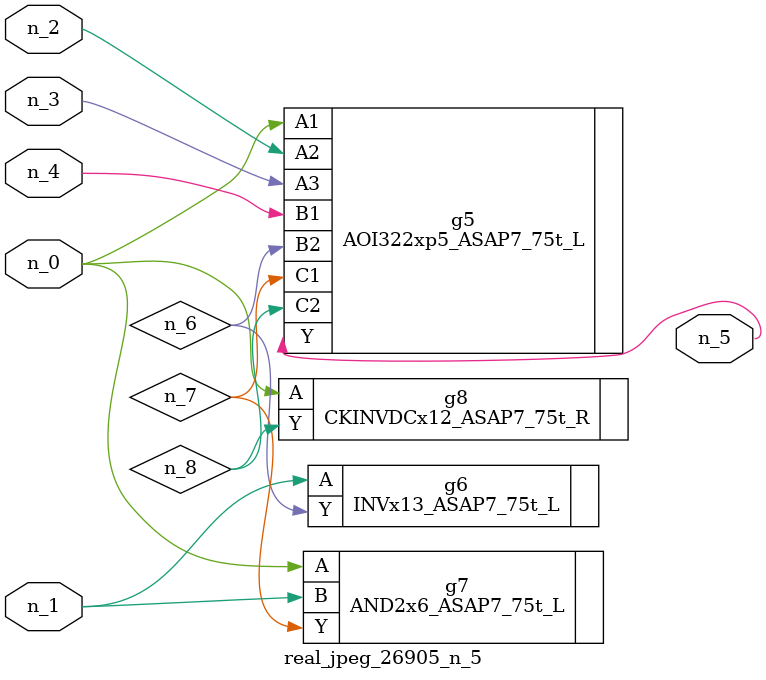
<source format=v>
module real_jpeg_26905_n_5 (n_4, n_0, n_1, n_2, n_3, n_5);

input n_4;
input n_0;
input n_1;
input n_2;
input n_3;

output n_5;

wire n_8;
wire n_6;
wire n_7;

AOI322xp5_ASAP7_75t_L g5 ( 
.A1(n_0),
.A2(n_2),
.A3(n_3),
.B1(n_4),
.B2(n_6),
.C1(n_7),
.C2(n_8),
.Y(n_5)
);

AND2x6_ASAP7_75t_L g7 ( 
.A(n_0),
.B(n_1),
.Y(n_7)
);

CKINVDCx12_ASAP7_75t_R g8 ( 
.A(n_0),
.Y(n_8)
);

INVx13_ASAP7_75t_L g6 ( 
.A(n_1),
.Y(n_6)
);


endmodule
</source>
